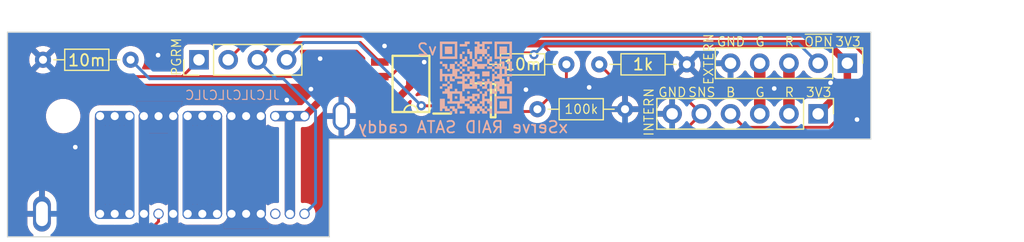
<source format=kicad_pcb>
(kicad_pcb (version 20221018) (generator pcbnew)
  (layers (0 "F.Cu" signal) (31 "B.Cu" signal) (34 "B.Paste" user) (35 "F.Paste" user) (36 "B.SilkS" user "B.Silkscreen") (37 "F.SilkS" user "F.Silkscreen") (38 "B.Mask" user) (39 "F.Mask" user) (44 "Edge.Cuts" user))
  (net 0 "")
  (net 1 "+3.3V")
  (net 2 "/RED_ANODE")
  (net 3 "/GREEN_ANODE")
  (net 4 "/BLUE_ANODE")
  (net 5 "/CONN_SENS")
  (net 6 "GND")
  (net 7 "+5V")
  (net 8 "+12V")
  (net 9 "/SENS_CADDY_CLOSED")
  (net 10 "Net-(IC2--)")
  (net 11 "/RST")
  (net 13 "/HDD_PRESENT")
  (net 15 "/SATA_PIN_11")
  (footprint "Connector_PinHeader_2.54mm:PinHeader_1x06_P2.54mm_Vertical" (layer "F.Cu") (at 84.52 39.3 -90)
    (fp_text reference "J1" hide)
    (fp_text value "INTERN" (at -0.15 14.72 90) (layer "F.SilkS") (effects (font (size 0.8 0.8) (thickness 0.1) bold)))
    (pad "1" thru_hole rect (at 0 0 270) (size 1.7 1.7) (drill 1) (layers "*.Cu" "*.Mask") (net 1 "+3.3V"))
    (pad "2" thru_hole oval (at 0 2.54 270) (size 1.7 1.7) (drill 1) (layers "*.Cu" "*.Mask") (net 2 "/RED_ANODE"))
    (pad "3" thru_hole oval (at 0 5.08 270) (size 1.7 1.7) (drill 1) (layers "*.Cu" "*.Mask") (net 3 "/GREEN_ANODE"))
    (pad "4" thru_hole oval (at 0 7.62 270) (size 1.7 1.7) (drill 1) (layers "*.Cu" "*.Mask") (net 4 "/BLUE_ANODE"))
    (pad "5" thru_hole oval (at 0 10.16 270) (size 1.7 1.7) (drill 1) (layers "*.Cu" "*.Mask") (net 5 "/CONN_SENS"))
    (pad "6" thru_hole oval (at 0 12.7 270) (size 1.7 1.7) (drill 1) (layers "*.Cu" "*.Mask") (net 6 "GND"))
  )
  (footprint "Connector_PinHeader_2.54mm:PinHeader_1x04_P2.54mm_Vertical" (layer "F.Cu") (at 30.66 34.6 90)
    (fp_text reference "J4" hide)
    (fp_text value "PGRM" (at 0.25 -1.96 90) (layer "F.SilkS") (effects (font (size 0.8 0.8) (thickness 0.1))))
    (pad "1" thru_hole rect (at 0 0 90) (size 1.7 1.7) (drill 1) (layers "*.Cu" "*.Mask") (net 15 "/SATA_PIN_11"))
    (pad "2" thru_hole oval (at 0 2.54 90) (size 1.7 1.7) (drill 1) (layers "*.Cu" "*.Mask") (net 4 "/BLUE_ANODE"))
    (pad "3" thru_hole oval (at 0 5.08 90) (size 1.7 1.7) (drill 1) (layers "*.Cu" "*.Mask") (net 13 "/HDD_PRESENT"))
    (pad "4" thru_hole oval (at 0 7.62 90) (size 1.7 1.7) (drill 1) (layers "*.Cu" "*.Mask") (net 11 "/RST"))
  )
  (footprint "Connector_PinHeader_2.54mm:PinHeader_1x05_P2.54mm_Vertical" (layer "F.Cu") (at 87.06 34.9 -90)
    (fp_text reference "J5" hide)
    (fp_text value "EXTERN" (at -0.35 12.06 90) (layer "F.SilkS") (effects (font (size 0.8 0.8) (thickness 0.1) bold)))
    (pad "1" thru_hole rect (at 0 0 270) (size 1.7 1.7) (drill 1) (layers "*.Cu" "*.Mask") (net 1 "+3.3V"))
    (pad "2" thru_hole oval (at 0 2.54 270) (size 1.7 1.7) (drill 1) (layers "*.Cu" "*.Mask") (net 9 "/SENS_CADDY_CLOSED"))
    (pad "3" thru_hole oval (at 0 5.08 270) (size 1.7 1.7) (drill 1) (layers "*.Cu" "*.Mask") (net 2 "/RED_ANODE"))
    (pad "4" thru_hole oval (at 0 7.62 270) (size 1.7 1.7) (drill 1) (layers "*.Cu" "*.Mask") (net 3 "/GREEN_ANODE"))
    (pad "5" thru_hole oval (at 0 10.16 270) (size 1.7 1.7) (drill 1) (layers "*.Cu" "*.Mask") (net 6 "GND"))
  )
  (footprint "Resistor_THT:R_Axial_DIN0204_L3.6mm_D1.6mm_P7.62mm_Horizontal" (layer "F.Cu") (at 55 35)
    (fp_text reference "R3" hide)
    (fp_text value "10m" (at 3.81 0) (layer "F.SilkS"))
    (pad "1" smd rect (at 0 0) (size 1.4 2) (layers "F.Cu" "F.Paste" "F.Mask") (net 9 "/SENS_CADDY_CLOSED"))
    (pad "2" thru_hole oval (at 7.62 0) (size 1.4 1.4) (drill 0.7) (layers "*.Cu" "*.Mask") (net 10 "Net-(IC2--)"))
  )
  (footprint "sata_plugs:sata_standing_female" (layer "F.Cu") (at 16.98 43)
    (fp_text reference "J2" hide)
    (fp_text value "SATA HDD SIDE")
    (pad "P1" thru_hole circle (at 22.86 5) (size 0.9 0.9) (drill 0.7) (layers "*.Cu" "*.Mask") (net 13 "/HDD_PRESENT"))
    (pad "P2" thru_hole circle (at 21.59 5) (size 0.9 0.9) (drill 0.7) (layers "*.Cu" "*.Mask") (net 1 "+3.3V"))
    (pad "P3" thru_hole circle (at 20.32 5) (size 0.9 0.9) (drill 0.7) (layers "*.Cu" "*.Mask"))
    (pad "P4" thru_hole circle (at 19.05 5) (size 0.9 0.9) (drill 0.7) (layers "*.Cu" "*.Mask") (net 6 "GND"))
    (pad "P5" thru_hole circle (at 17.78 5) (size 0.9 0.9) (drill 0.7) (layers "*.Cu" "*.Mask") (net 6 "GND"))
    (pad "P6" thru_hole circle (at 16.51 5) (size 0.9 0.9) (drill 0.7) (layers "*.Cu" "*.Mask") (net 6 "GND"))
    (pad "P7" thru_hole circle (at 15.24 5) (size 0.9 0.9) (drill 0.7) (layers "*.Cu" "*.Mask") (net 7 "+5V"))
    (pad "P8" thru_hole circle (at 13.97 5) (size 0.9 0.9) (drill 0.7) (layers "*.Cu" "*.Mask") (net 7 "+5V"))
    (pad "P9" thru_hole circle (at 12.7 5) (size 0.9 0.9) (drill 0.7) (layers "*.Cu" "*.Mask") (net 7 "+5V"))
    (pad "P10" thru_hole circle (at 11.43 5) (size 0.9 0.9) (drill 0.7) (layers "*.Cu" "*.Mask") (net 6 "GND"))
    (pad "P11" thru_hole circle (at 10.16 5) (size 0.9 0.9) (drill 0.7) (layers "*.Cu" "*.Mask") (net 15 "/SATA_PIN_11"))
    (pad "P12" thru_hole circle (at 8.89 5) (size 0.9 0.9) (drill 0.7) (layers "*.Cu" "*.Mask") (net 6 "GND"))
    (pad "P13" thru_hole circle (at 7.62 5) (size 0.9 0.9) (drill 0.7) (layers "*.Cu" "*.Mask") (net 8 "+12V"))
    (pad "P14" thru_hole circle (at 6.35 5) (size 0.9 0.9) (drill 0.7) (layers "*.Cu" "*.Mask") (net 8 "+12V"))
    (pad "P15" thru_hole circle (at 5.08 5) (size 0.9 0.9) (drill 0.7) (layers "*.Cu" "*.Mask") (net 8 "+12V"))
    (pad "SH" thru_hole oval (at 0.02 5) (size 1.545 3.09) (drill oval 1.03 2.14) (layers "*.Cu" "*.Mask") (net 6 "GND"))
  )
  (footprint "ATTINY25-20SSU:SOIC127P600X175-8N" (layer "F.Cu") (at 49.1 36.7 180)
    (fp_text reference "IC1" hide)
    (fp_text value "ATTINY25-20SSU" hide)
    (pad "1" smd rect (at -2.712 -1.905 270) (size 0.65 1.525) (layers "F.Cu" "F.Paste" "F.Mask") (net 11 "/RST"))
    (pad "2" smd rect (at -2.712 -0.635 270) (size 0.65 1.525) (layers "F.Cu" "F.Paste" "F.Mask"))
    (pad "3" smd rect (at -2.712 0.635 270) (size 0.65 1.525) (layers "F.Cu" "F.Paste" "F.Mask") (net 9 "/SENS_CADDY_CLOSED"))
    (pad "4" smd rect (at -2.712 1.905 270) (size 0.65 1.525) (layers "F.Cu" "F.Paste" "F.Mask") (net 6 "GND"))
    (pad "5" smd rect (at 2.712 1.905 270) (size 0.65 1.525) (layers "F.Cu" "F.Paste" "F.Mask") (net 13 "/HDD_PRESENT"))
    (pad "6" smd rect (at 2.712 0.635 270) (size 0.65 1.525) (layers "F.Cu" "F.Paste" "F.Mask") (net 4 "/BLUE_ANODE"))
    (pad "7" smd rect (at 2.712 -0.635 270) (size 0.65 1.525) (layers "F.Cu" "F.Paste" "F.Mask") (net 15 "/SATA_PIN_11"))
    (pad "8" smd rect (at 2.712 -1.905 270) (size 0.65 1.525) (layers "F.Cu" "F.Paste" "F.Mask") (net 1 "+3.3V"))
  )
  (footprint "Resistor_THT:R_Axial_DIN0204_L3.6mm_D1.6mm_P7.62mm_Horizontal" (layer "F.Cu") (at 60.1 38.9)
    (fp_text reference "R2" hide)
    (fp_text value "100k" (at 3.82 0) (layer "F.SilkS") (effects (font (size 0.8 0.8) (thickness 0.1))))
    (pad "1" thru_hole circle (at 0 0) (size 1.4 1.4) (drill 0.7) (layers "*.Cu" "*.Mask") (net 10 "Net-(IC2--)"))
    (pad "2" thru_hole oval (at 7.62 0) (size 1.4 1.4) (drill 0.7) (layers "*.Cu" "*.Mask") (net 6 "GND"))
  )
  (footprint "MCP6006RT-E_OT:SOT95P270X145-5N" (layer "F.Cu") (at 56.25 38.15)
    (fp_text reference "IC2" hide)
    (fp_text value "MCP6006" hide)
    (pad "1" smd rect (at -1.25 -0.95 90) (size 0.6 1.4) (layers "F.Cu" "F.Paste" "F.Mask") (net 9 "/SENS_CADDY_CLOSED"))
    (pad "2" smd rect (at -1.25 0 90) (size 0.6 1.4) (layers "F.Cu" "F.Paste" "F.Mask") (net 1 "+3.3V"))
    (pad "3" smd rect (at -1.25 0.95 90) (size 0.6 1.4) (layers "F.Cu" "F.Paste" "F.Mask") (net 5 "/CONN_SENS"))
    (pad "4" smd rect (at 1.25 0.95 90) (size 0.6 1.4) (layers "F.Cu" "F.Paste" "F.Mask") (net 10 "Net-(IC2--)"))
    (pad "5" smd rect (at 1.25 -0.95 90) (size 0.6 1.4) (layers "F.Cu" "F.Paste" "F.Mask") (net 6 "GND"))
  )
  (footprint "Resistor_THT:R_Axial_DIN0204_L3.6mm_D1.6mm_P7.62mm_Horizontal" (layer "F.Cu") (at 73.1 35 180)
    (fp_text reference "R1" hide)
    (fp_text value "1k" (at 3.81 0) (layer "F.SilkS"))
    (pad "1" thru_hole circle (at 0 0 180) (size 1.4 1.4) (drill 0.7) (layers "*.Cu" "*.Mask") (net 6 "GND"))
    (pad "2" thru_hole oval (at 7.62 0 180) (size 1.4 1.4) (drill 0.7) (layers "*.Cu" "*.Mask") (net 5 "/CONN_SENS"))
  )
  (footprint "sata_plugs:sata_standing_male_snip" (layer "F.Cu") (at 35.76 35.6)
    (fp_text reference "J3" hide)
    (fp_text value "SATA PSU SIDE")
    (pad "" np_thru_hole circle (at -16.915 3.9) (size 2.5 2.5) (drill 2.5) (layers "F&B.Cu" "*.Mask"))
    (pad "P1" thru_hole circle (at 4.08 3.9) (size 0.9 0.9) (drill 0.7) (layers "*.Cu" "*.Mask") (net 1 "+3.3V"))
    (pad "P2" thru_hole circle (at 2.81 3.9) (size 0.9 0.9) (drill 0.7) (layers "*.Cu" "*.Mask") (net 1 "+3.3V"))
    (pad "P3" thru_hole circle (at 1.54 3.9) (size 0.9 0.9) (drill 0.7) (layers "*.Cu" "*.Mask") (net 1 "+3.3V"))
    (pad "P4" thru_hole circle (at 0.27 3.9) (size 0.9 0.9) (drill 0.7) (layers "*.Cu" "*.Mask") (net 6 "GND"))
    (pad "P5" thru_hole circle (at -1 3.9) (size 0.9 0.9) (drill 0.7) (layers "*.Cu" "*.Mask") (net 6 "GND"))
    (pad "P6" thru_hole circle (at -2.27 3.9) (size 0.9 0.9) (drill 0.7) (layers "*.Cu" "*.Mask") (net 6 "GND"))
    (pad "P7" thru_hole circle (at -3.54 3.9) (size 0.9 0.9) (drill 0.7) (layers "*.Cu" "*.Mask") (net 7 "+5V"))
    (pad "P8" thru_hole circle (at -4.81 3.9) (size 0.9 0.9) (drill 0.7) (layers "*.Cu" "*.Mask") (net 7 "+5V"))
    (pad "P9" thru_hole circle (at -6.08 3.9) (size 0.9 0.9) (drill 0.7) (layers "*.Cu" "*.Mask") (net 7 "+5V"))
    (pad "P10" thru_hole circle (at -7.35 3.9) (size 0.9 0.9) (drill 0.7) (layers "*.Cu" "*.Mask") (net 6 "GND"))
    (pad "P11" thru_hole circle (at -8.62 3.9) (size 0.9 0.9) (drill 0.7) (layers "*.Cu" "*.Mask") (net 6 "GND"))
    (pad "P12" thru_hole circle (at -9.89 3.9) (size 0.9 0.9) (drill 0.7) (layers "*.Cu" "*.Mask") (net 6 "GND"))
    (pad "P13" thru_hole circle (at -11.16 3.9) (size 0.9 0.9) (drill 0.7) (layers "*.Cu" "*.Mask") (net 8 "+12V"))
    (pad "P14" thru_hole circle (at -12.43 3.9) (size 0.9 0.9) (drill 0.7) (layers "*.Cu" "*.Mask") (net 8 "+12V"))
    (pad "P15" thru_hole circle (at -13.7 3.9) (size 0.9 0.9) (drill 0.7) (layers "*.Cu" "*.Mask") (net 8 "+12V"))
    (pad "SH" thru_hole oval (at 7.285 3.9) (size 1.5 2.5) (drill oval 1 2) (layers "*.Cu" "*.Mask") (net 6 "GND"))
  )
  (footprint "Resistor_THT:R_Axial_DIN0204_L3.6mm_D1.6mm_P7.62mm_Horizontal" (layer "F.Cu") (at 17.09 34.6)
    (fp_text reference "R4" hide)
    (fp_text value "10m" (at 3.81 0.05) (layer "F.SilkS"))
    (pad "1" thru_hole circle (at 0 0) (size 1.4 1.4) (drill 0.7) (layers "*.Cu" "*.Mask") (net 6 "GND"))
    (pad "2" thru_hole oval (at 7.62 0) (size 1.4 1.4) (drill 0.7) (layers "*.Cu" "*.Mask") (net 13 "/HDD_PRESENT"))
  )
  (footprint "qr:qr" (layer "B.Cu") (at 54.75 36.15 180)
    (fp_text reference "v2" (at 4.25 2.45) (layer "B.SilkS") (effects (justify mirror)))
    (fp_text value "LOGO" hide)
  )
  (gr_arc (start 48.498315 39.145) (mid 49.1 38.543315) (end 49.701685 39.145) (stroke (width 0.15)) (layer "F.SilkS"))
  (gr_line (start 42 41.5) (end 42 50) (stroke (width 0.1)) (layer "Edge.Cuts"))
  (gr_line (start 42 50) (end 14 50) (stroke (width 0.1)) (layer "Edge.Cuts"))
  (gr_line (start 14 50) (end 14 32.2) (stroke (width 0.1)) (layer "Edge.Cuts"))
  (gr_line (start 42 41.5) (end 89.1 41.5) (stroke (width 0.1)) (layer "Edge.Cuts"))
  (gr_line (start 14 32.2) (end 89.1 32.2) (stroke (width 0.1)) (layer "Edge.Cuts"))
  (gr_line (start 89.1 32.2) (end 89.1 41.5) (stroke (width 0.1)) (layer "Edge.Cuts"))
  (gr_text "xServe RAID SATA caddy" (at 62.85 41.05) (layer "B.SilkS") (effects (font (size 1 1)) (justify left bottom mirror)))
  (gr_text "JLCJLCJLCJLC" (at 37.75 38.15) (layer "B.SilkS") (effects (font (size 0.8 0.8) (thickness 0.1)) (justify left bottom mirror)))
  (gr_text "G" (at 79 33.5) (layer "F.SilkS") (effects (font (size 0.8 0.8) (thickness 0.1) bold) (justify left bottom)))
  (gr_text "R" (at 81.55 37.9) (layer "F.SilkS") (effects (font (size 0.8 0.8) (thickness 0.1) bold) (justify left bottom)))
  (gr_text "GND" (at 75.65 33.5) (layer "F.SilkS") (effects (font (size 0.8 0.8) (thickness 0.1) bold) (justify left bottom)))
  (gr_text "G" (at 79 37.9) (layer "F.SilkS") (effects (font (size 0.8 0.8) (thickness 0.1) bold) (justify left bottom)))
  (gr_text "3V3" (at 85.95 33.5) (layer "F.SilkS") (effects (font (size 0.8 0.8) (thickness 0.1) bold) (justify left bottom)))
  (gr_text "3V3" (at 83.4 37.9) (layer "F.SilkS") (effects (font (size 0.8 0.8) (thickness 0.1) bold) (justify left bottom)))
  (gr_text "GND" (at 70.55 37.9) (layer "F.SilkS") (effects (font (size 0.8 0.8) (thickness 0.1) bold) (justify left bottom)))
  (gr_text "B" (at 76.45 37.9) (layer "F.SilkS") (effects (font (size 0.8 0.8) (thickness 0.1) bold) (justify left bottom)))
  (gr_text "R" (at 81.55 33.5) (layer "F.SilkS") (effects (font (size 0.8 0.8) (thickness 0.1) bold) (justify left bottom)))
  (gr_text "~{OPN}" (at 83.25 33.5) (layer "F.SilkS") (effects (font (size 0.8 0.8) (thickness 0.1) bold) (justify left bottom)))
  (gr_text "SNS" (at 73.15 37.9) (layer "F.SilkS") (effects (font (size 0.8 0.8) (thickness 0.1) bold) (justify left bottom)))
  (segment (start 56.4 36.45) (end 56.65 36.2) (width 0.25) (layer "F.Cu") (net 1))
  (segment (start 55.7 38.15) (end 56.4 37.45) (width 0.25) (layer "F.Cu") (net 1))
  (segment (start 61.1 33.85) (end 60.45 33.2) (width 0.25) (layer "F.Cu") (net 1))
  (segment (start 49 36.919238) (end 49 33.8) (width 0.65) (layer "F.Cu") (net 1))
  (segment (start 37.3 39.5) (end 38.57 39.5) (width 0.9) (layer "F.Cu") (net 1))
  (segment (start 44.805 38.605) (end 43.7 37.5) (width 0.65) (layer "F.Cu") (net 1))
  (segment (start 38.57 39.5) (end 38.57 48) (width 0.9) (layer "F.Cu") (net 1))
  (segment (start 55 38.15) (end 55.7 38.15) (width 0.25) (layer "F.Cu") (net 1))
  (segment (start 49.6 33.2) (end 55.5 33.2) (width 0.65) (layer "F.Cu") (net 1))
  (segment (start 46.388 38.605) (end 44.805 38.605) (width 0.65) (layer "F.Cu") (net 1))
  (segment (start 43.7 37.5) (end 41.84 37.5) (width 0.65) (layer "F.Cu") (net 1))
  (segment (start 85.36 33.2) (end 87.06 34.9) (width 0.65) (layer "F.Cu") (net 1))
  (segment (start 41.84 37.5) (end 39.84 39.5) (width 0.65) (layer "F.Cu") (net 1))
  (segment (start 56.4 37.45) (end 56.4 36.45) (width 0.25) (layer "F.Cu") (net 1))
  (segment (start 60.35 36.2) (end 61.1 35.45) (width 0.25) (layer "F.Cu") (net 1))
  (segment (start 87.06 34.9) (end 87.06 36.76) (width 0.65) (layer "F.Cu") (net 1))
  (segment (start 56.65 36.2) (end 60.35 36.2) (width 0.25) (layer "F.Cu") (net 1))
  (segment (start 55.5 33.2) (end 60.45 33.2) (width 0.65) (layer "F.Cu") (net 1))
  (segment (start 61.1 35.45) (end 61.1 33.85) (width 0.25) (layer "F.Cu") (net 1))
  (segment (start 60.45 33.2) (end 85.36 33.2) (width 0.65) (layer "F.Cu") (net 1))
  (segment (start 49 33.8) (end 49.6 33.2) (width 0.65) (layer "F.Cu") (net 1))
  (segment (start 38.57 39.5) (end 39.84 39.5) (width 0.9) (layer "F.Cu") (net 1))
  (segment (start 87.06 36.76) (end 84.52 39.3) (width 0.65) (layer "F.Cu") (net 1))
  (segment (start 46.388 38.605) (end 47.314238 38.605) (width 0.65) (layer "F.Cu") (net 1))
  (segment (start 47.314238 38.605) (end 49 36.919238) (width 0.65) (layer "F.Cu") (net 1))
  (segment (start 38.57 39.5) (end 39.84 39.5) (width 0.9) (layer "B.Cu") (net 1))
  (segment (start 38.57 39.5) (end 38.57 48) (width 0.9) (layer "B.Cu") (net 1))
  (segment (start 37.3 39.5) (end 38.57 39.5) (width 0.9) (layer "B.Cu") (net 1))
  (segment (start 81.98 39.3) (end 81.98 34.9) (width 1) (layer "F.Cu") (net 2))
  (segment (start 79.44 34.9) (end 79.44 39.3) (width 1) (layer "F.Cu") (net 3))
  (segment (start 78.075 40.475) (end 85.50462 40.475) (width 0.25) (layer "F.Cu") (net 4))
  (segment (start 47.285 36.065) (end 48.35 35) (width 0.25) (layer "F.Cu") (net 4))
  (segment (start 86.86962 32.55) (end 49.9 32.55) (width 0.25) (layer "F.Cu") (net 4))
  (segment (start 85.50462 40.475) (end 88.725 37.25462) (width 0.25) (layer "F.Cu") (net 4))
  (segment (start 48.35 33.530762) (end 49.330762 32.55) (width 0.25) (layer "F.Cu") (net 4))
  (segment (start 88.725 37.25462) (end 88.725 34.40538) (width 0.25) (layer "F.Cu") (net 4))
  (segment (start 76.9 39.3) (end 78.075 40.475) (width 0.25) (layer "F.Cu") (net 4))
  (segment (start 46.388 36.065) (end 47.285 36.065) (width 0.25) (layer "F.Cu") (net 4))
  (segment (start 49.9 32.55) (end 35.25 32.55) (width 0.25) (layer "F.Cu") (net 4))
  (segment (start 88.725 34.40538) (end 86.86962 32.55) (width 0.25) (layer "F.Cu") (net 4))
  (segment (start 35.25 32.55) (end 33.2 34.6) (width 0.25) (layer "F.Cu") (net 4))
  (segment (start 49.330762 32.55) (end 49.9 32.55) (width 0.25) (layer "F.Cu") (net 4))
  (segment (start 48.35 35) (end 48.35 33.530762) (width 0.25) (layer "F.Cu") (net 4))
  (segment (start 56.6 40.7) (end 72.96 40.7) (width 0.25) (layer "F.Cu") (net 5))
  (segment (start 71.46 36.4) (end 74.36 39.3) (width 0.25) (layer "F.Cu") (net 5))
  (segment (start 72.96 40.7) (end 74.36 39.3) (width 0.25) (layer "F.Cu") (net 5))
  (segment (start 55 39.1) (end 56.6 40.7) (width 0.25) (layer "F.Cu") (net 5))
  (segment (start 65.48 35) (end 66.88 36.4) (width 0.25) (layer "F.Cu") (net 5))
  (segment (start 66.88 36.4) (end 71.46 36.4) (width 0.25) (layer "F.Cu") (net 5))
  (segment (start 36.03 39.5) (end 36.03 48) (width 0.9) (layer "F.Cu") (net 6))
  (segment (start 57.5 37.2) (end 59.1 37.2) (width 0.25) (layer "F.Cu") (net 6))
  (segment (start 27.14 39.5) (end 28.41 39.5) (width 0.9) (layer "F.Cu") (net 6))
  (segment (start 25.87 39.5) (end 27.14 39.5) (width 0.9) (layer "F.Cu") (net 6))
  (segment (start 28.41 48) (end 28.41 48.99) (width 0.9) (layer "F.Cu") (net 6))
  (segment (start 34.76 39.5) (end 36.03 39.5) (width 0.9) (layer "F.Cu") (net 6))
  (segment (start 34.76 48) (end 34.76 39.5) (width 0.9) (layer "F.Cu") (net 6))
  (segment (start 28.41 39.5) (end 28.41 48) (width 0.9) (layer "F.Cu") (net 6))
  (segment (start 33.49 39.5) (end 33.49 48) (width 0.9) (layer "F.Cu") (net 6))
  (segment (start 33.49 48) (end 34.76 48) (width 0.9) (layer "F.Cu") (net 6))
  (segment (start 25.87 48) (end 25.87 39.5) (width 0.9) (layer "F.Cu") (net 6))
  (segment (start 36.03 48) (end 34.76 48) (width 0.9) (layer "F.Cu") (net 6))
  (segment (start 33.49 39.5) (end 34.76 39.5) (width 0.9) (layer "F.Cu") (net 6))
  (via (at 19.9 42.2) (size 0.8) (drill 0.4) (layers "F.Cu" "B.Cu") (net 6))
  (via (at 38.3 38.1) (size 0.8) (drill 0.4) (layers "F.Cu" "B.Cu") (net 6))
  (via (at 40.4 37.15) (size 0.8) (drill 0.4) (layers "F.Cu" "B.Cu") (net 6))
  (via (at 87.9 39.8) (size 0.8) (drill 0.4) (layers "F.Cu" "B.Cu") (net 6))
  (via (at 41.2 34.5) (size 0.8) (drill 0.4) (layers "F.Cu" "B.Cu") (net 6))
  (via (at 46.8 33.4) (size 0.8) (drill 0.4) (layers "F.Cu" "B.Cu") (net 6))
  (via (at 27.1 34.2) (size 0.8) (drill 0.4) (layers "F.Cu" "B.Cu") (net 6))
  (via (at 59.1 37.2) (size 0.8) (drill 0.4) (layers "F.Cu" "B.Cu") (net 6))
  (via (at 80.7 37.1) (size 0.8) (drill 0.4) (layers "F.Cu" "B.Cu") (net 6))
  (via (at 64.6 37) (size 0.8) (drill 0.4) (layers "F.Cu" "B.Cu") (net 6))
  (via (at 85.6 36.6) (size 0.8) (drill 0.4) (layers "F.Cu" "B.Cu") (net 6))
  (via (at 50.25 34.8) (size 0.8) (drill 0.4) (layers "F.Cu" "B.Cu") (net 6))
  (segment (start 28.41 48) (end 28.41 48.99) (width 0.9) (layer "B.Cu") (net 6))
  (segment (start 28.41 48) (end 28.41 39.5) (width 0.9) (layer "B.Cu") (net 6))
  (segment (start 27.14 39.5) (end 28.41 39.5) (width 0.9) (layer "B.Cu") (net 6))
  (segment (start 33.49 48) (end 34.76 48) (width 0.9) (layer "B.Cu") (net 6))
  (segment (start 34.76 48) (end 36.03 48) (width 0.9) (layer "B.Cu") (net 6))
  (segment (start 71.42 38.9) (end 71.82 39.3) (width 0.25) (layer "B.Cu") (net 6))
  (segment (start 19.05 48) (end 20.45 49.4) (width 0.25) (layer "B.Cu") (net 6))
  (segment (start 36.03 39.5) (end 34.76 39.5) (width 0.9) (layer "B.Cu") (net 6))
  (segment (start 71.82 36.28) (end 71.82 39.3) (width 0.25) (layer "B.Cu") (net 6))
  (segment (start 34.76 48) (end 34.76 39.5) (width 0.9) (layer "B.Cu") (net 6))
  (segment (start 36.03 39.5) (end 36.03 48) (width 0.9) (layer "B.Cu") (net 6))
  (segment (start 20.45 49.4) (end 25.49 49.4) (width 0.25) (layer "B.Cu") (net 6))
  (segment (start 17 48) (end 19.05 48) (width 0.25) (layer "B.Cu") (net 6))
  (segment (start 33.49 39.5) (end 34.76 39.5) (width 0.9) (layer "B.Cu") (net 6))
  (segment (start 25.49 49.4) (end 25.87 49.02) (width 0.25) (layer "B.Cu") (net 6))
  (segment (start 25.87 39.5) (end 27.14 39.5) (width 0.9) (layer "B.Cu") (net 6))
  (segment (start 73.1 35) (end 71.82 36.28) (width 0.25) (layer "B.Cu") (net 6))
  (segment (start 73.2 34.9) (end 73.1 35) (width 0.25) (layer "B.Cu") (net 6))
  (segment (start 33.49 39.5) (end 33.49 48) (width 0.9) (layer "B.Cu") (net 6))
  (segment (start 25.87 48) (end 25.87 49.02) (width 0.9) (layer "B.Cu") (net 6))
  (segment (start 28 49.4) (end 28.41 48.99) (width 0.25) (layer "B.Cu") (net 6))
  (segment (start 25.49 49.4) (end 28 49.4) (width 0.25) (layer "B.Cu") (net 6))
  (segment (start 25.87 39.5) (end 25.87 48) (width 0.9) (layer "B.Cu") (net 6))
  (segment (start 30.95 39.5) (end 32.22 39.5) (width 0.9) (layer "F.Cu") (net 7))
  (segment (start 29.68 39.5) (end 30.95 39.5) (width 0.9) (layer "F.Cu") (net 7))
  (segment (start 32.22 48) (end 32.22 39.5) (width 0.9) (layer "F.Cu") (net 7))
  (segment (start 29.68 48) (end 30.95 48) (width 0.9) (layer "F.Cu") (net 7))
  (segment (start 30.95 48) (end 32.22 48) (width 0.9) (layer "F.Cu") (net 7))
  (segment (start 29.68 48) (end 29.68 39.5) (width 0.9) (layer "F.Cu") (net 7))
  (segment (start 30.95 39.5) (end 30.95 48) (width 0.9) (layer "F.Cu") (net 7))
  (segment (start 29.68 48) (end 30.95 48) (width 0.9) (layer "B.Cu") (net 7))
  (segment (start 30.95 48) (end 30.95 39.5) (width 0.9) (layer "B.Cu") (net 7))
  (segment (start 29.68 39.5) (end 30.95 39.5) (width 0.9) (layer "B.Cu") (net 7))
  (segment (start 30.95 39.5) (end 32.22 39.5) (width 0.9) (layer "B.Cu") (net 7))
  (segment (start 32.22 48) (end 32.22 39.5) (width 0.9) (layer "B.Cu") (net 7))
  (segment (start 29.68 48) (end 29.68 39.5) (width 0.9) (layer "B.Cu") (net 7))
  (segment (start 30.95 48) (end 32.22 48) (width 0.9) (layer "B.Cu") (net 7))
  (segment (start 23.33 48) (end 24.6 48) (width 0.9) (layer "F.Cu") (net 8))
  (segment (start 22.06 48) (end 23.33 48) (width 0.9) (layer "F.Cu") (net 8))
  (segment (start 23.33 39.5) (end 23.33 48) (width 0.9) (layer "F.Cu") (net 8))
  (segment (start 22.06 48) (end 22.06 39.5) (width 0.9) (layer "F.Cu") (net 8))
  (segment (start 24.6 48) (end 24.6 39.5) (width 0.9) (layer "F.Cu") (net 8))
  (segment (start 23.33 39.5) (end 24.6 39.5) (width 0.9) (layer "F.Cu") (net 8))
  (segment (start 22.06 39.5) (end 23.33 39.5) (width 0.9) (layer "F.Cu") (net 8))
  (segment (start 22.06 48) (end 22.06 39.5) (width 0.9) (layer "B.Cu") (net 8))
  (segment (start 22.06 39.5) (end 23.33 39.5) (width 0.9) (layer "B.Cu") (net 8))
  (segment (start 22.06 48) (end 23.33 48) (width 0.9) (layer "B.Cu") (net 8))
  (segment (start 23.33 39.5) (end 24.6 39.5) (width 0.9) (layer "B.Cu") (net 8))
  (segment (start 23.33 48) (end 24.6 48) (width 0.9) (layer "B.Cu") (net 8))
  (segment (start 24.6 48) (end 24.6 39.5) (width 0.9) (layer "B.Cu") (net 8))
  (segment (start 23.33 48) (end 23.33 39.5) (width 0.9) (layer "B.Cu") (net 8))
  (segment (start 53.935 36.065) (end 55 35) (width 0.25) (layer "F.Cu") (net 9))
  (segment (start 56 34) (end 59.65 34) (width 0.25) (layer "F.Cu") (net 9))
  (segment (start 55 35) (end 55 37.2) (width 0.25) (layer "F.Cu") (net 9))
  (segment (start 51.812 36.065) (end 53.935 36.065) (width 0.25) (layer "F.Cu") (net 9))
  (segment (start 59.65 34) (end 59.8 34.15) (width 0.25) (layer "F.Cu") (net 9))
  (segment (start 55 35) (end 56 34) (width 0.25) (layer "F.Cu") (net 9))
  (via (at 59.8 34.15) (size 0.8) (drill 0.4) (layers "F.Cu" "B.Cu") (net 9))
  (segment (start 59.8 34.15) (end 60.75 33.2) (width 0.25) (layer "B.Cu") (net 9))
  (segment (start 82.82 33.2) (end 60.75 33.2) (width 0.25) (layer "B.Cu") (net 9))
  (segment (start 84.52 34.9) (end 82.82 33.2) (width 0.25) (layer "B.Cu") (net 9))
  (segment (start 59.9 39.1) (end 60.1 38.9) (width 0.25) (layer "F.Cu") (net 10))
  (segment (start 57.5 39.1) (end 59.9 39.1) (width 0.25) (layer "F.Cu") (net 10))
  (segment (start 62.62 36.38) (end 62.62 35) (width 0.25) (layer "F.Cu") (net 10))
  (segment (start 60.1 38.9) (end 62.62 36.38) (width 0.25) (layer "F.Cu") (net 10))
  (segment (start 51.812 38.605) (end 50.005 38.605) (width 0.25) (layer "F.Cu") (net 11))
  (segment (start 50.005 38.605) (end 50 38.6) (width 0.25) (layer "F.Cu") (net 11))
  (via (at 50 38.6) (size 0.8) (drill 0.4) (layers "F.Cu" "B.Cu") (net 11))
  (segment (start 38.28 34.6) (end 39.78 33.1) (width 0.25) (layer "B.Cu") (net 11))
  (segment (start 44.5 33.1) (end 39.78 33.1) (width 0.25) (layer "B.Cu") (net 11))
  (segment (start 50 38.6) (end 44.5 33.1) (width 0.25) (layer "B.Cu") (net 11))
  (segment (start 37.25 33.1) (end 44.693 33.1) (width 0.25) (layer "F.Cu") (net 13))
  (segment (start 37.24 33.1) (end 37.25 33.1) (width 0.25) (layer "F.Cu") (net 13))
  (segment (start 44.693 33.1) (end 46.388 34.795) (width 0.25) (layer "F.Cu") (net 13))
  (segment (start 35.74 34.6) (end 37.24 33.1) (width 0.25) (layer "F.Cu") (net 13))
  (segment (start 40.8 39.05) (end 38 36.25) (width 0.25) (layer "B.Cu") (net 13))
  (segment (start 39.84 48) (end 40.8 47.04) (width 0.25) (layer "B.Cu") (net 13))
  (segment (start 37.39 36.25) (end 26.36 36.25) (width 0.25) (layer "B.Cu") (net 13))
  (segment (start 40.8 47.04) (end 40.8 39.05) (width 0.25) (layer "B.Cu") (net 13))
  (segment (start 38 36.25) (end 37.39 36.25) (width 0.25) (layer "B.Cu") (net 13))
  (segment (start 37.39 36.25) (end 35.74 34.6) (width 0.25) (layer "B.Cu") (net 13))
  (segment (start 26.36 36.25) (end 24.71 34.6) (width 0.25) (layer "B.Cu") (net 13))
  (segment (start 29.195 36.065) (end 43.865 36.065) (width 0.25) (layer "F.Cu") (net 15))
  (segment (start 18.335 36.065) (end 28.7 36.065) (width 0.25) (layer "F.Cu") (net 15))
  (segment (start 30.66 34.6) (end 30.66 34.54) (width 0.25) (layer "F.Cu") (net 15))
  (segment (start 43.865 36.065) (end 45.135 37.335) (width 0.25) (layer "F.Cu") (net 15))
  (segment (start 27.14 48) (end 27.14 48.66) (width 0.25) (layer "F.Cu") (net 15))
  (segment (start 18.9 44) (end 16.1 41.2) (width 0.25) (layer "F.Cu") (net 15))
  (segment (start 26.6 49.2) (end 20.4 49.2) (width 0.25) (layer "F.Cu") (net 15))
  (segment (start 16.1 41.2) (end 16.1 38.3) (width 0.25) (layer "F.Cu") (net 15))
  (segment (start 18.9 47.7) (end 18.9 44) (width 0.25) (layer "F.Cu") (net 15))
  (segment (start 16.1 38.3) (end 18.335 36.065) (width 0.25) (layer "F.Cu") (net 15))
  (segment (start 20.4 49.2) (end 18.9 47.7) (width 0.25) (layer "F.Cu") (net 15))
  (segment (start 45.135 37.335) (end 46.388 37.335) (width 0.25) (layer "F.Cu") (net 15))
  (segment (start 30.66 34.6) (end 29.195 36.065) (width 0.25) (layer "F.Cu") (net 15))
  (segment (start 29.195 36.065) (end 28.7 36.065) (width 0.25) (layer "F.Cu") (net 15))
  (segment (start 27.14 48.66) (end 26.6 49.2) (width 0.25) (layer "F.Cu") (net 15))
  (zone (net 8) (net_name "+12V") (layer "F.Cu") (priority 1) (connect_pads yes (clearance 0.5)) (min_thickness 0.25) (fill yes (thermal_gap 0.5) (thermal_bridge_width 0.5))
    (polygon (pts (xy 21.6 39.5) (xy 25.05 39.5) (xy 25.05 48) (xy 21.6 48)))
  )
  (zone (net 6) (net_name "GND") (layer "F.Cu") (priority 3) (connect_pads yes (clearance 0.5)) (min_thickness 0.25) (fill yes (thermal_gap 0.5) (thermal_bridge_width 0.5))
    (polygon (pts (xy 32.8 38.75) (xy 33.1 39.25) (xy 33.1 48.35) (xy 32.65 49) (xy 33.15 49.5) (xy 36 49.5) (xy 36.7 49.1) (xy 36.7 48.75) (xy 36.4 48.4) (xy 36.4 39.2) (xy 36.7 38.715319) (xy 36.75 38.35) (xy 32.8 38.35)))
  )
  (zone (net 7) (net_name "+5V") (layer "F.Cu") (priority 1) (connect_pads yes (clearance 0.5)) (min_thickness 0.25) (fill yes (thermal_gap 0.5) (thermal_bridge_width 0.5))
    (polygon (pts (xy 29.25 39.5) (xy 32.7 39.5) (xy 32.7 48) (xy 29.25 48)))
  )
  (zone (net 6) (net_name "GND") (layer "F.Cu") (priority 3) (connect_pads yes (clearance 0.5)) (min_thickness 0.25) (fill yes (thermal_gap 0.5) (thermal_bridge_width 0.5))
    (polygon (pts (xy 25.15 38.7) (xy 25.45 39.2) (xy 25.45 46.8) (xy 28.75 46.8) (xy 28.75 39.15) (xy 29.05 38.665319) (xy 29.1 38.3) (xy 25.15 38.3)))
  )
  (zone (net 6) (net_name "GND") (layer "F.Cu") (connect_pads (clearance 0.5)) (min_thickness 0.25) (fill yes (thermal_gap 0.5) (thermal_bridge_width 0.5))
    (polygon (pts (xy 13.6 29.65) (xy 13.6 50.3) (xy 102.25 50.3) (xy 102.25 29.65)))
  )
  (zone (net 6) (net_name "GND") (layer "B.Cu") (priority 7) (connect_pads yes (clearance 0.5)) (min_thickness 0.25) (fill yes (thermal_gap 0.5) (thermal_bridge_width 0.5))
    (polygon (pts (xy 32.8 38.35) (xy 32.8 38.75) (xy 33.05 39.2) (xy 33.05 48.3) (xy 32.8 48.8) (xy 32.8 49.25) (xy 32.85 49.3) (xy 36.7 49.3) (xy 36.7 48.8) (xy 36.45 48.3) (xy 36.45 39.25) (xy 36.7 38.785723) (xy 36.75 38.35)))
  )
  (zone (net 6) (net_name "GND") (layer "B.Cu") (priority 2) (connect_pads (clearance 0.5)) (min_thickness 0.25) (fill yes (thermal_gap 0.5) (thermal_bridge_width 0.5))
    (polygon (pts (xy 13.35 29.4) (xy 13.35 50.45) (xy 102.45 50.45) (xy 102.45 29.4)))
  )
  (zone (net 8) (net_name "+12V") (layer "B.Cu") (priority 4) (connect_pads thru_hole_only (clearance 0.5)) (min_thickness 0.25) (fill yes (thermal_gap 0.5) (thermal_bridge_width 0.5))
    (polygon (pts (xy 22.05 39.5) (xy 24.6 39.5) (xy 24.6 48.05) (xy 22.05 48.05)))
  )
  (zone (net 7) (net_name "+5V") (layer "B.Cu") (priority 5) (connect_pads (clearance 0.5)) (min_thickness 0.25) (fill yes (thermal_gap 0.5) (thermal_bridge_width 0.5))
    (polygon (pts (xy 29.7 39.5) (xy 32.25 39.5) (xy 32.25 48.05) (xy 29.7 48.05)))
  )
  (zone (net 6) (net_name "GND") (layer "B.Cu") (priority 6) (connect_pads yes (clearance 0.5)) (min_thickness 0.25) (fill yes (thermal_gap 0.5) (thermal_bridge_width 0.5))
    (polygon (pts (xy 25.25 38.2) (xy 25.2 38.75) (xy 25.45 39.2) (xy 25.45 40.85) (xy 25.6 41) (xy 28.85 41) (xy 28.85 39.2) (xy 29.055002 38.744998) (xy 29.25 38.2)))
  )
)
</source>
